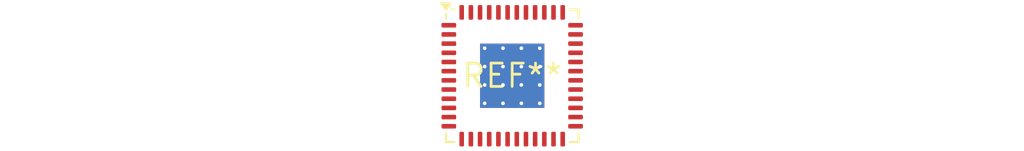
<source format=kicad_pcb>
(kicad_pcb (version 20240108) (generator pcbnew)
  (layers (0 "F.Cu" signal) (31 "B.Cu" signal) (34 "B.Paste" user) (35 "F.Paste" user) (36 "B.SilkS" user "B.Silkscreen") (37 "F.SilkS" user "F.Silkscreen") (38 "B.Mask" user) (39 "F.Mask" user) (44 "Edge.Cuts" user))
  (net 0 "")
  (footprint "QFN-48-1EP_7x7mm_P0.5mm_EP3.5x3.5mm_ThermalVias" (layer "F.Cu") (at 0 0)
    (property "Reference" "REF**")
    (property "Value" "QFN-48-1EP_7x7mm_P0.5mm_EP3.5x3.5mm_ThermalVias")
    (fp_line (start -3.61 -3.135) (end -3.61 -3.37) (layer "F.SilkS") (stroke (width 0.12)))
    (fp_line (start -3.61 3.61) (end -3.61 3.135) (layer "F.SilkS") (stroke (width 0.12)))
    (fp_line (start -3.135 -3.61) (end -3.31 -3.61) (layer "F.SilkS") (stroke (width 0.12)))
    (fp_line (start -3.135 3.61) (end -3.61 3.61) (layer "F.SilkS") (stroke (width 0.12)))
    (fp_line (start 3.135 -3.61) (end 3.61 -3.61) (layer "F.SilkS") (stroke (width 0.12)))
    (fp_line (start 3.135 3.61) (end 3.61 3.61) (layer "F.SilkS") (stroke (width 0.12)))
    (fp_line (start 3.61 -3.61) (end 3.61 -3.135) (layer "F.SilkS") (stroke (width 0.12)))
    (fp_line (start 3.61 3.61) (end 3.61 3.135) (layer "F.SilkS") (stroke (width 0.12)))
    (fp_poly (pts (xy -3.61 -3.61) (xy -3.85 -3.94) (xy -3.37 -3.94) (xy -3.61 -3.61)) (layer "F.SilkS") (stroke (width 0.12)) (fill solid))
    (pad "1" smd roundrect (at -3.45 -2.75) (size 0.8 0.25) (layers "F.Cu" "F.Paste" "F.Mask"))
    (pad "2" smd roundrect (at -3.45 -2.25) (size 0.8 0.25) (layers "F.Cu" "F.Paste" "F.Mask"))
    (pad "3" smd roundrect (at -3.45 -1.75) (size 0.8 0.25) (layers "F.Cu" "F.Paste" "F.Mask"))
    (pad "4" smd roundrect (at -3.45 -1.25) (size 0.8 0.25) (layers "F.Cu" "F.Paste" "F.Mask"))
    (pad "5" smd roundrect (at -3.45 -0.75) (size 0.8 0.25) (layers "F.Cu" "F.Paste" "F.Mask"))
    (pad "6" smd roundrect (at -3.45 -0.25) (size 0.8 0.25) (layers "F.Cu" "F.Paste" "F.Mask"))
    (pad "7" smd roundrect (at -3.45 0.25) (size 0.8 0.25) (layers "F.Cu" "F.Paste" "F.Mask"))
    (pad "8" smd roundrect (at -3.45 0.75) (size 0.8 0.25) (layers "F.Cu" "F.Paste" "F.Mask"))
    (pad "9" smd roundrect (at -3.45 1.25) (size 0.8 0.25) (layers "F.Cu" "F.Paste" "F.Mask"))
    (pad "10" smd roundrect (at -3.45 1.75) (size 0.8 0.25) (layers "F.Cu" "F.Paste" "F.Mask"))
    (pad "11" smd roundrect (at -3.45 2.25) (size 0.8 0.25) (layers "F.Cu" "F.Paste" "F.Mask"))
    (pad "12" smd roundrect (at -3.45 2.75) (size 0.8 0.25) (layers "F.Cu" "F.Paste" "F.Mask"))
    (pad "13" smd roundrect (at -2.75 3.45) (size 0.25 0.8) (layers "F.Cu" "F.Paste" "F.Mask"))
    (pad "14" smd roundrect (at -2.25 3.45) (size 0.25 0.8) (layers "F.Cu" "F.Paste" "F.Mask"))
    (pad "15" smd roundrect (at -1.75 3.45) (size 0.25 0.8) (layers "F.Cu" "F.Paste" "F.Mask"))
    (pad "16" smd roundrect (at -1.25 3.45) (size 0.25 0.8) (layers "F.Cu" "F.Paste" "F.Mask"))
    (pad "17" smd roundrect (at -0.75 3.45) (size 0.25 0.8) (layers "F.Cu" "F.Paste" "F.Mask"))
    (pad "18" smd roundrect (at -0.25 3.45) (size 0.25 0.8) (layers "F.Cu" "F.Paste" "F.Mask"))
    (pad "19" smd roundrect (at 0.25 3.45) (size 0.25 0.8) (layers "F.Cu" "F.Paste" "F.Mask"))
    (pad "20" smd roundrect (at 0.75 3.45) (size 0.25 0.8) (layers "F.Cu" "F.Paste" "F.Mask"))
    (pad "21" smd roundrect (at 1.25 3.45) (size 0.25 0.8) (layers "F.Cu" "F.Paste" "F.Mask"))
    (pad "22" smd roundrect (at 1.75 3.45) (size 0.25 0.8) (layers "F.Cu" "F.Paste" "F.Mask"))
    (pad "23" smd roundrect (at 2.25 3.45) (size 0.25 0.8) (layers "F.Cu" "F.Paste" "F.Mask"))
    (pad "24" smd roundrect (at 2.75 3.45) (size 0.25 0.8) (layers "F.Cu" "F.Paste" "F.Mask"))
    (pad "25" smd roundrect (at 3.45 2.75) (size 0.8 0.25) (layers "F.Cu" "F.Paste" "F.Mask"))
    (pad "26" smd roundrect (at 3.45 2.25) (size 0.8 0.25) (layers "F.Cu" "F.Paste" "F.Mask"))
    (pad "27" smd roundrect (at 3.45 1.75) (size 0.8 0.25) (layers "F.Cu" "F.Paste" "F.Mask"))
    (pad "28" smd roundrect (at 3.45 1.25) (size 0.8 0.25) (layers "F.Cu" "F.Paste" "F.Mask"))
    (pad "29" smd roundrect (at 3.45 0.75) (size 0.8 0.25) (layers "F.Cu" "F.Paste" "F.Mask"))
    (pad "30" smd roundrect (at 3.45 0.25) (size 0.8 0.25) (layers "F.Cu" "F.Paste" "F.Mask"))
    (pad "31" smd roundrect (at 3.45 -0.25) (size 0.8 0.25) (layers "F.Cu" "F.Paste" "F.Mask"))
    (pad "32" smd roundrect (at 3.45 -0.75) (size 0.8 0.25) (layers "F.Cu" "F.Paste" "F.Mask"))
    (pad "33" smd roundrect (at 3.45 -1.25) (size 0.8 0.25) (layers "F.Cu" "F.Paste" "F.Mask"))
    (pad "34" smd roundrect (at 3.45 -1.75) (size 0.8 0.25) (layers "F.Cu" "F.Paste" "F.Mask"))
    (pad "35" smd roundrect (at 3.45 -2.25) (size 0.8 0.25) (layers "F.Cu" "F.Paste" "F.Mask"))
    (pad "36" smd roundrect (at 3.45 -2.75) (size 0.8 0.25) (layers "F.Cu" "F.Paste" "F.Mask"))
    (pad "37" smd roundrect (at 2.75 -3.45) (size 0.25 0.8) (layers "F.Cu" "F.Paste" "F.Mask"))
    (pad "38" smd roundrect (at 2.25 -3.45) (size 0.25 0.8) (layers "F.Cu" "F.Paste" "F.Mask"))
    (pad "39" smd roundrect (at 1.75 -3.45) (size 0.25 0.8) (layers "F.Cu" "F.Paste" "F.Mask"))
    (pad "40" smd roundrect (at 1.25 -3.45) (size 0.25 0.8) (layers "F.Cu" "F.Paste" "F.Mask"))
    (pad "41" smd roundrect (at 0.75 -3.45) (size 0.25 0.8) (layers "F.Cu" "F.Paste" "F.Mask"))
    (pad "42" smd roundrect (at 0.25 -3.45) (size 0.25 0.8) (layers "F.Cu" "F.Paste" "F.Mask"))
    (pad "43" smd roundrect (at -0.25 -3.45) (size 0.25 0.8) (layers "F.Cu" "F.Paste" "F.Mask"))
    (pad "44" smd roundrect (at -0.75 -3.45) (size 0.25 0.8) (layers "F.Cu" "F.Paste" "F.Mask"))
    (pad "45" smd roundrect (at -1.25 -3.45) (size 0.25 0.8) (layers "F.Cu" "F.Paste" "F.Mask"))
    (pad "46" smd roundrect (at -1.75 -3.45) (size 0.25 0.8) (layers "F.Cu" "F.Paste" "F.Mask"))
    (pad "47" smd roundrect (at -2.25 -3.45) (size 0.25 0.8) (layers "F.Cu" "F.Paste" "F.Mask"))
    (pad "48" smd roundrect (at -2.75 -3.45) (size 0.25 0.8) (layers "F.Cu" "F.Paste" "F.Mask"))
    (pad "49" thru_hole circle (at -1.5 -1.5) (size 0.5 0.5) (drill 0.2) (property pad_prop_heatsink) (layers *.Cu) (remove_unused_layers))
    (pad "49" thru_hole circle (at -1.5 -0.5) (size 0.5 0.5) (drill 0.2) (property pad_prop_heatsink) (layers *.Cu) (remove_unused_layers))
    (pad "49" thru_hole circle (at -1.5 0.5) (size 0.5 0.5) (drill 0.2) (property pad_prop_heatsink) (layers *.Cu) (remove_unused_layers))
    (pad "49" thru_hole circle (at -1.5 1.5) (size 0.5 0.5) (drill 0.2) (property pad_prop_heatsink) (layers *.Cu) (remove_unused_layers))
    (pad "49" thru_hole circle (at -0.5 -1.5) (size 0.5 0.5) (drill 0.2) (property pad_prop_heatsink) (layers *.Cu) (remove_unused_layers))
    (pad "49" thru_hole circle (at -0.5 -0.5) (size 0.5 0.5) (drill 0.2) (property pad_prop_heatsink) (layers *.Cu) (remove_unused_layers))
    (pad "49" thru_hole circle (at -0.5 0.5) (size 0.5 0.5) (drill 0.2) (property pad_prop_heatsink) (layers *.Cu) (remove_unused_layers))
    (pad "49" thru_hole circle (at -0.5 1.5) (size 0.5 0.5) (drill 0.2) (property pad_prop_heatsink) (layers *.Cu) (remove_unused_layers))
    (pad "49" smd rect (at 0 0) (size 3.5 3.5) (property pad_prop_heatsink) (layers "F.Cu" "F.Mask"))
    (pad "49" smd rect (at 0 0) (size 3.5 3.5) (property pad_prop_heatsink) (layers "B.Cu"))
    (pad "49" thru_hole circle (at 0.5 -1.5) (size 0.5 0.5) (drill 0.2) (property pad_prop_heatsink) (layers *.Cu) (remove_unused_layers))
    (pad "49" thru_hole circle (at 0.5 -0.5) (size 0.5 0.5) (drill 0.2) (property pad_prop_heatsink) (layers *.Cu) (remove_unused_layers))
    (pad "49" thru_hole circle (at 0.5 0.5) (size 0.5 0.5) (drill 0.2) (property pad_prop_heatsink) (layers *.Cu) (remove_unused_layers))
    (pad "49" thru_hole circle (at 0.5 1.5) (size 0.5 0.5) (drill 0.2) (property pad_prop_heatsink) (layers *.Cu) (remove_unused_layers))
    (pad "49" thru_hole circle (at 1.5 -1.5) (size 0.5 0.5) (drill 0.2) (property pad_prop_heatsink) (layers *.Cu) (remove_unused_layers))
    (pad "49" thru_hole circle (at 1.5 -0.5) (size 0.5 0.5) (drill 0.2) (property pad_prop_heatsink) (layers *.Cu) (remove_unused_layers))
    (pad "49" thru_hole circle (at 1.5 0.5) (size 0.5 0.5) (drill 0.2) (property pad_prop_heatsink) (layers *.Cu) (remove_unused_layers))
    (pad "49" thru_hole circle (at 1.5 1.5) (size 0.5 0.5) (drill 0.2) (property pad_prop_heatsink) (layers *.Cu) (remove_unused_layers))
  )
)
</source>
